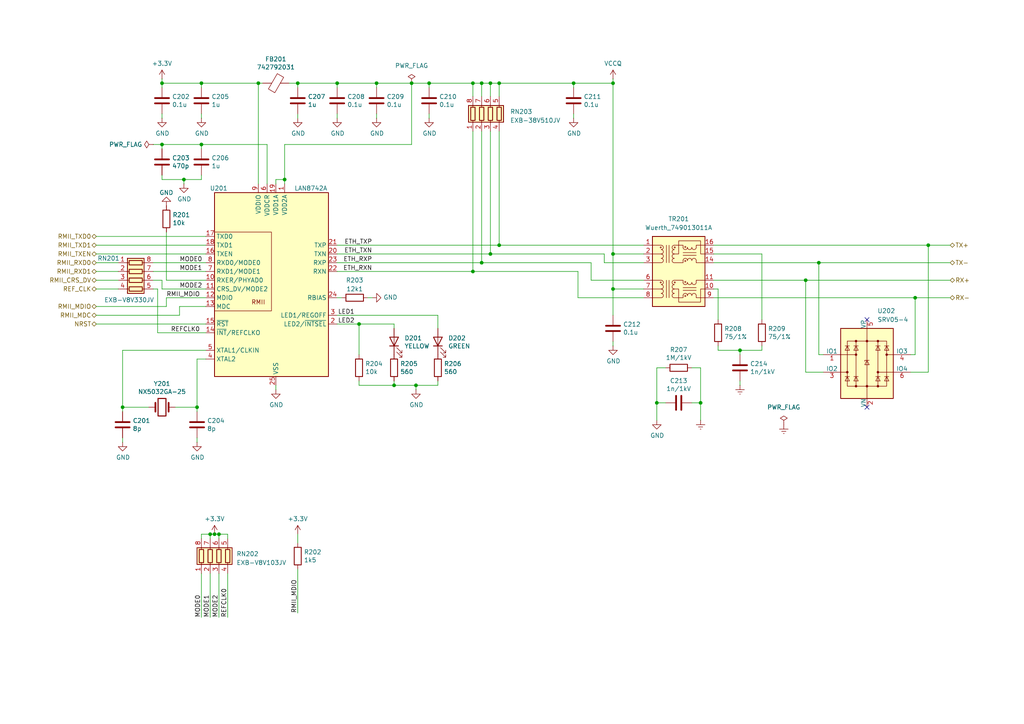
<source format=kicad_sch>
(kicad_sch (version 20231120) (generator "eeschema") (generator_version "8.0")
  (paper "A4")
  (lib_symbols
    (symbol "Device:C" (pin_numbers hide) (pin_names (offset 0.254))
      (property "Reference" "C" (at 0.635 2.54 0))
      (property "Value" "C" (at 0.635 -2.54 0))
      (symbol "C_0_1"
        (polyline (pts (xy -2.032 -0.762) (xy 2.032 -0.762)) (stroke (width 0.508)))
        (polyline (pts (xy -2.032 0.762) (xy 2.032 0.762)) (stroke (width 0.508)))
      )
      (symbol "C_1_1"
        (pin passive line (at 0 3.81 270) (length 2.794) (name "~") (number "1"))
        (pin passive line (at 0 -3.81 90) (length 2.794) (name "~") (number "2"))
      )
    )
    (symbol "Device:Crystal" (pin_numbers hide) (pin_names (offset 1.016) hide)
      (property "Reference" "Y" (at 0 3.81 0))
      (property "Value" "Crystal" (at 0 -3.81 0))
      (symbol "Crystal_0_1"
        (rectangle (start -1.143 2.54) (end 1.143 -2.54) (stroke (width 0.3048)))
        (polyline (pts (xy -2.54 0) (xy -1.905 0)))
        (polyline (pts (xy -1.905 -1.27) (xy -1.905 1.27)) (stroke (width 0.508)))
        (polyline (pts (xy 1.905 -1.27) (xy 1.905 1.27)) (stroke (width 0.508)))
        (polyline (pts (xy 2.54 0) (xy 1.905 0)))
      )
      (symbol "Crystal_1_1"
        (pin passive line (at -3.81 0 0) (length 1.27) (name "1") (number "1"))
        (pin passive line (at 3.81 0 180) (length 1.27) (name "2") (number "2"))
      )
    )
    (symbol "Device:FerriteBead" (pin_numbers hide) (pin_names (offset 0))
      (property "Reference" "FB" (at -3.81 0.635 90))
      (property "Value" "FerriteBead" (at 3.81 0 90))
      (symbol "FerriteBead_0_1"
        (polyline (pts (xy 0 -1.27) (xy 0 -1.2192)))
        (polyline (pts (xy 0 1.27) (xy 0 1.2954)))
        (polyline (pts (xy -2.7686 0.4064) (xy -1.7018 2.2606) (xy 2.7686 -0.3048) (xy 1.6764 -2.159) (xy -2.7686 0.4064)))
      )
      (symbol "FerriteBead_1_1"
        (pin passive line (at 0 3.81 270) (length 2.54) (name "~") (number "1"))
        (pin passive line (at 0 -3.81 90) (length 2.54) (name "~") (number "2"))
      )
    )
    (symbol "Device:LED" (pin_numbers hide) (pin_names (offset 1.016) hide)
      (property "Reference" "D" (at 0 2.54 0))
      (property "Value" "LED" (at 0 -2.54 0))
      (symbol "LED_0_1"
        (polyline (pts (xy -1.27 -1.27) (xy -1.27 1.27)) (stroke (width 0.254)))
        (polyline (pts (xy -1.27 0) (xy 1.27 0)))
        (polyline (pts (xy 1.27 -1.27) (xy 1.27 1.27) (xy -1.27 0) (xy 1.27 -1.27)) (stroke (width 0.254)))
        (polyline (pts (xy -3.048 -0.762) (xy -4.572 -2.286) (xy -3.81 -2.286) (xy -4.572 -2.286) (xy -4.572 -1.524)))
        (polyline (pts (xy -1.778 -0.762) (xy -3.302 -2.286) (xy -2.54 -2.286) (xy -3.302 -2.286) (xy -3.302 -1.524)))
      )
      (symbol "LED_1_1"
        (pin passive line (at -3.81 0 0) (length 2.54) (name "K") (number "1"))
        (pin passive line (at 3.81 0 180) (length 2.54) (name "A") (number "2"))
      )
    )
    (symbol "Device:R" (pin_numbers hide) (pin_names (offset 0))
      (property "Reference" "R" (at 2.032 0 90))
      (property "Value" "R" (at 0 0 90))
      (symbol "R_0_1"
        (rectangle (start -1.016 -2.54) (end 1.016 2.54) (stroke (width 0.254)))
      )
      (symbol "R_1_1"
        (pin passive line (at 0 3.81 270) (length 1.27) (name "~") (number "1"))
        (pin passive line (at 0 -3.81 90) (length 1.27) (name "~") (number "2"))
      )
    )
    (symbol "Device:R_Pack04" (pin_names (offset 0) hide)
      (property "Reference" "RN" (at -7.62 0 90))
      (property "Value" "R_Pack04" (at 5.08 0 90))
      (symbol "R_Pack04_0_1"
        (rectangle (start -6.35 -2.413) (end 3.81 2.413) (stroke (width 0.254)) (fill (type background)))
        (rectangle (start -5.715 1.905) (end -4.445 -1.905) (stroke (width 0.254)))
        (rectangle (start -3.175 1.905) (end -1.905 -1.905) (stroke (width 0.254)))
        (rectangle (start -0.635 1.905) (end 0.635 -1.905) (stroke (width 0.254)))
        (polyline (pts (xy -5.08 -2.54) (xy -5.08 -1.905)))
        (polyline (pts (xy -5.08 1.905) (xy -5.08 2.54)))
        (polyline (pts (xy -2.54 -2.54) (xy -2.54 -1.905)))
        (polyline (pts (xy -2.54 1.905) (xy -2.54 2.54)))
        (polyline (pts (xy 0 -2.54) (xy 0 -1.905)))
        (polyline (pts (xy 0 1.905) (xy 0 2.54)))
        (polyline (pts (xy 2.54 -2.54) (xy 2.54 -1.905)))
        (polyline (pts (xy 2.54 1.905) (xy 2.54 2.54)))
        (rectangle (start 1.905 1.905) (end 3.175 -1.905) (stroke (width 0.254)))
      )
      (symbol "R_Pack04_1_1"
        (pin passive line (at -5.08 -5.08 90) (length 2.54) (name "R1.1") (number "1"))
        (pin passive line (at -2.54 -5.08 90) (length 2.54) (name "R2.1") (number "2"))
        (pin passive line (at 0 -5.08 90) (length 2.54) (name "R3.1") (number "3"))
        (pin passive line (at 2.54 -5.08 90) (length 2.54) (name "R4.1") (number "4"))
        (pin passive line (at 2.54 5.08 270) (length 2.54) (name "R4.2") (number "5"))
        (pin passive line (at 0 5.08 270) (length 2.54) (name "R3.2") (number "6"))
        (pin passive line (at -2.54 5.08 270) (length 2.54) (name "R2.2") (number "7"))
        (pin passive line (at -5.08 5.08 270) (length 2.54) (name "R1.2") (number "8"))
      )
    )
    (symbol "Interface_Ethernet:LAN8742A"
      (property "Reference" "U" (at -13.97 29.21 0))
      (property "Value" "LAN8742A" (at 15.24 29.21 0))
      (symbol "LAN8742A_0_0"
        (text "RMII" (at -5.08 -3.81 0) (effects (font (size 1.27 1.27))))
      )
      (symbol "LAN8742A_0_1"
        (rectangle (start -17.78 27.94) (end 15.24 -25.4) (stroke (width 0.254)) (fill (type background)))
        (polyline (pts (xy -17.78 -6.35) (xy -1.27 -6.35) (xy -1.27 16.51) (xy -17.78 16.51)))
      )
      (symbol "LAN8742A_1_1"
        (pin power_in line (at 2.54 30.48 270) (length 2.54) (name "VDD2A") (number "1"))
        (pin output line (at -20.32 2.54 0) (length 2.54) (name "RXER/PHYAD0") (number "10"))
        (pin bidirectional line (at -20.32 0 0) (length 2.54) (name "CRS_DV/MODE2") (number "11"))
        (pin bidirectional line (at -20.32 -2.54 0) (length 2.54) (name "MDIO") (number "12"))
        (pin input line (at -20.32 -5.08 0) (length 2.54) (name "MDC") (number "13"))
        (pin output line (at -20.32 -12.7 0) (length 2.54) (name "~{INT}/REFCLKO") (number "14"))
        (pin input line (at -20.32 -10.16 0) (length 2.54) (name "~{RST}") (number "15"))
        (pin input line (at -20.32 10.16 0) (length 2.54) (name "TXEN") (number "16"))
        (pin input line (at -20.32 15.24 0) (length 2.54) (name "TXD0") (number "17"))
        (pin input line (at -20.32 12.7 0) (length 2.54) (name "TXD1") (number "18"))
        (pin power_in line (at 0 30.48 270) (length 2.54) (name "VDD1A") (number "19"))
        (pin bidirectional line (at 17.78 -10.16 180) (length 2.54) (name "LED2/~{INTSEL}") (number "2"))
        (pin passive line (at 17.78 10.16 180) (length 2.54) (name "TXN") (number "20"))
        (pin passive line (at 17.78 12.7 180) (length 2.54) (name "TXP") (number "21"))
        (pin passive line (at 17.78 5.08 180) (length 2.54) (name "RXN") (number "22"))
        (pin passive line (at 17.78 7.62 180) (length 2.54) (name "RXP") (number "23"))
        (pin passive line (at 17.78 -2.54 180) (length 2.54) (name "RBIAS") (number "24"))
        (pin power_in line (at 0 -27.94 90) (length 2.54) (name "VSS") (number "25"))
        (pin bidirectional line (at 17.78 -7.62 180) (length 2.54) (name "LED1/REGOFF") (number "3"))
        (pin output line (at -20.32 -20.32 0) (length 2.54) (name "XTAL2") (number "4"))
        (pin input line (at -20.32 -17.78 0) (length 2.54) (name "XTAL1/CLKIN") (number "5"))
        (pin power_in line (at -2.54 30.48 270) (length 2.54) (name "VDDCR") (number "6"))
        (pin bidirectional line (at -20.32 5.08 0) (length 2.54) (name "RXD1/MODE1") (number "7"))
        (pin bidirectional line (at -20.32 7.62 0) (length 2.54) (name "RXD0/MODE0") (number "8"))
        (pin power_in line (at -5.08 30.48 270) (length 2.54) (name "VDDIO") (number "9"))
      )
    )
    (symbol "Power_Protection:SRV05-4" (pin_names (offset 0))
      (property "Reference" "U" (at -5.08 11.43 0))
      (property "Value" "SRV05-4" (at 2.54 11.43 0))
      (symbol "SRV05-4_0_0"
        (rectangle (start -5.715 6.477) (end 5.715 -6.604))
        (polyline (pts (xy -3.175 -6.604) (xy -3.175 6.477)))
        (polyline (pts (xy 3.175 6.477) (xy 3.175 -6.604)))
      )
      (symbol "SRV05-4_0_1"
        (rectangle (start -7.62 10.16) (end 7.62 -10.16) (stroke (width 0.254)) (fill (type background)))
        (circle (center -5.715 -2.54) (radius 0.2794) (fill (type outline)))
        (circle (center -3.175 -6.604) (radius 0.2794) (fill (type outline)))
        (circle (center -3.175 2.54) (radius 0.2794) (fill (type outline)))
        (circle (center -3.175 6.477) (radius 0.2794) (fill (type outline)))
        (circle (center 0 -6.604) (radius 0.2794) (fill (type outline)))
        (polyline (pts (xy -7.747 2.54) (xy -3.175 2.54)))
        (polyline (pts (xy -7.62 -2.54) (xy -5.715 -2.54)))
        (polyline (pts (xy -5.08 -3.81) (xy -6.35 -3.81)))
        (polyline (pts (xy -5.08 5.08) (xy -6.35 5.08)))
        (polyline (pts (xy -2.54 -3.81) (xy -3.81 -3.81)))
        (polyline (pts (xy -2.54 5.08) (xy -3.81 5.08)))
        (polyline (pts (xy 0 10.16) (xy 0 -10.16)))
        (polyline (pts (xy 3.81 -3.81) (xy 2.54 -3.81)))
        (polyline (pts (xy 3.81 5.08) (xy 2.54 5.08)))
        (polyline (pts (xy 6.35 -3.81) (xy 5.08 -3.81)))
        (polyline (pts (xy 6.35 5.08) (xy 5.08 5.08)))
        (polyline (pts (xy 7.62 -2.54) (xy 3.175 -2.54)))
        (polyline (pts (xy 7.62 2.54) (xy 5.715 2.54)))
        (polyline (pts (xy 0.635 0.889) (xy -0.635 0.889) (xy -0.635 0.635)))
        (polyline (pts (xy -5.08 -5.08) (xy -6.35 -5.08) (xy -5.715 -3.81) (xy -5.08 -5.08)))
        (polyline (pts (xy -5.08 3.81) (xy -6.35 3.81) (xy -5.715 5.08) (xy -5.08 3.81)))
        (polyline (pts (xy -2.54 -5.08) (xy -3.81 -5.08) (xy -3.175 -3.81) (xy -2.54 -5.08)))
        (polyline (pts (xy -2.54 3.81) (xy -3.81 3.81) (xy -3.175 5.08) (xy -2.54 3.81)))
        (polyline (pts (xy 0.635 -0.381) (xy -0.635 -0.381) (xy 0 0.889) (xy 0.635 -0.381)))
        (polyline (pts (xy 3.81 -5.08) (xy 2.54 -5.08) (xy 3.175 -3.81) (xy 3.81 -5.08)))
        (polyline (pts (xy 3.81 3.81) (xy 2.54 3.81) (xy 3.175 5.08) (xy 3.81 3.81)))
        (polyline (pts (xy 6.35 -5.08) (xy 5.08 -5.08) (xy 5.715 -3.81) (xy 6.35 -5.08)))
        (polyline (pts (xy 6.35 3.81) (xy 5.08 3.81) (xy 5.715 5.08) (xy 6.35 3.81)))
        (circle (center 0 6.477) (radius 0.2794) (fill (type outline)))
        (circle (center 3.175 -6.604) (radius 0.2794) (fill (type outline)))
        (circle (center 3.175 -2.54) (radius 0.2794) (fill (type outline)))
        (circle (center 3.175 6.477) (radius 0.2794) (fill (type outline)))
        (circle (center 5.715 2.54) (radius 0.2794) (fill (type outline)))
      )
      (symbol "SRV05-4_1_1"
        (pin passive line (at -12.7 2.54 0) (length 5.08) (name "IO1") (number "1"))
        (pin passive line (at 0 -12.7 90) (length 2.54) (name "VN") (number "2"))
        (pin passive line (at -12.7 -2.54 0) (length 5.08) (name "IO2") (number "3"))
        (pin passive line (at 12.7 2.54 180) (length 5.08) (name "IO3") (number "4"))
        (pin passive line (at 0 12.7 270) (length 2.54) (name "VP") (number "5"))
        (pin passive line (at 12.7 -2.54 180) (length 5.08) (name "IO4") (number "6"))
      )
    )
    (symbol "Transformer:Wuerth_749013011A" (pin_names hide)
      (property "Reference" "TR" (at 0 10.795 0))
      (property "Value" "Wuerth_749013011A" (at 0 -10.795 0))
      (symbol "Wuerth_749013011A_0_1"
        (rectangle (start -7.62 10.16) (end 7.62 -10.16) (stroke (width 0.254)) (fill (type background)))
        (circle (center -5.207 3.175) (radius 0.1778))
        (arc (start -5.08 6.35) (mid -4.4477 6.985) (end -5.08 7.62))
        (polyline (pts (xy -5.08 2.54) (xy -7.62 2.54)))
        (polyline (pts (xy -5.08 5.08) (xy -7.62 5.08)))
        (polyline (pts (xy -5.08 7.62) (xy -7.62 7.62)))
        (polyline (pts (xy -3.556 -2.54) (xy -3.556 -7.62)))
        (polyline (pts (xy -3.556 2.54) (xy -3.556 7.62)))
        (polyline (pts (xy -2.794 -7.62) (xy -2.794 -2.54)))
        (polyline (pts (xy -2.794 7.62) (xy -2.794 2.54)))
        (polyline (pts (xy 1.27 4.699) (xy 5.08 4.699)))
        (polyline (pts (xy 1.27 5.461) (xy 5.08 5.461)))
        (polyline (pts (xy -1.27 2.54) (xy 1.27 2.54) (xy 1.27 3.175)))
        (polyline (pts (xy 1.27 6.985) (xy 1.27 7.62) (xy -1.27 7.62)))
        (polyline (pts (xy 5.08 3.175) (xy 5.08 2.54) (xy 7.62 2.54)))
        (polyline (pts (xy 5.08 6.985) (xy 5.08 7.62) (xy 7.62 7.62)))
        (polyline (pts (xy -1.27 5.08) (xy 0 5.08) (xy 0 8.89) (xy 6.35 8.89) (xy 6.35 5.08) (xy 7.62 5.08)))
      )
      (symbol "Wuerth_749013011A_1_1"
        (circle (center -5.207 -6.985) (radius 0.1778))
        (arc (start -5.08 -7.62) (mid -4.4477 -6.985) (end -5.08 -6.35))
        (arc (start -5.08 -6.35) (mid -4.4477 -5.715) (end -5.08 -5.08))
        (arc (start -5.08 -5.08) (mid -4.4477 -4.445) (end -5.08 -3.81))
        (arc (start -5.08 -3.81) (mid -4.4477 -3.175) (end -5.08 -2.54))
        (arc (start -5.08 2.54) (mid -4.4477 3.175) (end -5.08 3.81))
        (arc (start -5.08 3.81) (mid -4.4477 4.445) (end -5.08 5.08))
        (arc (start -5.08 5.08) (mid -4.4477 5.715) (end -5.08 6.35))
        (arc (start -1.27 -6.35) (mid -1.9023 -6.985) (end -1.27 -7.62))
        (arc (start -1.27 -5.08) (mid -1.9023 -5.715) (end -1.27 -6.35))
        (arc (start -1.27 -3.81) (mid -1.9023 -4.445) (end -1.27 -5.08))
        (arc (start -1.27 -2.54) (mid -1.9023 -3.175) (end -1.27 -3.81))
        (arc (start -1.27 3.81) (mid -1.9023 3.175) (end -1.27 2.54))
        (arc (start -1.27 5.08) (mid -1.9023 4.445) (end -1.27 3.81))
        (arc (start -1.27 6.35) (mid -1.9023 5.715) (end -1.27 5.08))
        (arc (start -1.27 7.62) (mid -1.9023 6.985) (end -1.27 6.35))
        (circle (center -1.143 -6.985) (radius 0.1778))
        (circle (center -1.143 3.175) (radius 0.1778))
        (polyline (pts (xy -5.08 -7.62) (xy -7.62 -7.62)))
        (polyline (pts (xy -5.08 -5.08) (xy -7.62 -5.08)))
        (polyline (pts (xy -5.08 -2.54) (xy -7.62 -2.54)))
        (polyline (pts (xy 1.27 -5.461) (xy 5.08 -5.461)))
        (polyline (pts (xy 1.27 -4.699) (xy 5.08 -4.699)))
        (polyline (pts (xy -1.27 -7.62) (xy 1.27 -7.62) (xy 1.27 -6.985)))
        (polyline (pts (xy 1.27 -3.175) (xy 1.27 -2.54) (xy -1.27 -2.54)))
        (polyline (pts (xy 5.08 -6.985) (xy 5.08 -7.62) (xy 7.62 -7.62)))
        (polyline (pts (xy 5.08 -3.175) (xy 5.08 -2.54) (xy 7.62 -2.54)))
        (polyline (pts (xy 7.62 -5.08) (xy 6.35 -5.08) (xy 6.35 -8.89) (xy 0 -8.89) (xy 0 -5.08) (xy -1.27 -5.08)))
        (arc (start 1.27 -3.175) (mid 1.905 -3.8073) (end 2.54 -3.175))
        (arc (start 1.27 6.985) (mid 1.905 6.3527) (end 2.54 6.985))
        (circle (center 1.905 -7.112) (radius 0.1778))
        (circle (center 1.905 -3.048) (radius 0.1778))
        (circle (center 1.905 3.048) (radius 0.1778))
        (circle (center 1.905 7.112) (radius 0.1778))
        (arc (start 2.54 -6.985) (mid 1.905 -6.3527) (end 1.27 -6.985))
        (arc (start 2.54 -3.175) (mid 3.175 -3.8073) (end 3.81 -3.175))
        (arc (start 2.54 3.175) (mid 1.905 3.8073) (end 1.27 3.175))
        (arc (start 2.54 6.985) (mid 3.175 6.3527) (end 3.81 6.985))
        (arc (start 3.81 -6.985) (mid 3.175 -6.3527) (end 2.54 -6.985))
        (arc (start 3.81 -3.175) (mid 4.445 -3.8073) (end 5.08 -3.175))
        (arc (start 3.81 3.175) (mid 3.175 3.8073) (end 2.54 3.175))
        (arc (start 3.81 6.985) (mid 4.445 6.3527) (end 5.08 6.985))
        (arc (start 5.08 -6.985) (mid 4.445 -6.3527) (end 3.81 -6.985))
        (arc (start 5.08 3.175) (mid 4.445 3.8073) (end 3.81 3.175))
        (pin passive line (at -10.16 -7.62 0) (length 2.54) (name "TD+") (number "1"))
        (pin passive line (at 10.16 5.08 180) (length 2.54) (name "C_RX") (number "10"))
        (pin passive line (at 10.16 2.54 180) (length 2.54) (name "RX+") (number "11"))
        (pin passive line (at 10.16 -2.54 180) (length 2.54) (name "TX-") (number "14"))
        (pin passive line (at 10.16 -5.08 180) (length 2.54) (name "C_TX") (number "15"))
        (pin passive line (at 10.16 -7.62 180) (length 2.54) (name "TX+") (number "16"))
        (pin passive line (at -10.16 -5.08 0) (length 2.54) (name "C_TD") (number "2"))
        (pin passive line (at -10.16 -2.54 0) (length 2.54) (name "TD-") (number "3"))
        (pin passive line (at -10.16 2.54 0) (length 2.54) (name "RD+") (number "6"))
        (pin passive line (at -10.16 5.08 0) (length 2.54) (name "C_RD") (number "7"))
        (pin passive line (at -10.16 7.62 0) (length 2.54) (name "RD-") (number "8"))
        (pin passive line (at 10.16 7.62 180) (length 2.54) (name "RX-") (number "9"))
      )
    )
    (symbol "power:+3.3V" (power) (pin_numbers hide) (pin_names (offset 0) hide)
      (property "Value" "+3.3V" (at 0 3.556 0))
      (symbol "+3.3V_0_1"
        (polyline (pts (xy -0.762 1.27) (xy 0 2.54)))
        (polyline (pts (xy 0 0) (xy 0 2.54)))
        (polyline (pts (xy 0 2.54) (xy 0.762 1.27)))
      )
      (symbol "+3.3V_1_1"
        (pin power_in line (at 0 0 90) (length 0) (name "~") (number "1"))
      )
    )
    (symbol "power:Earth" (power) (pin_numbers hide) (pin_names (offset 0) hide)
      (property "Value" "Earth" (at 0 -3.81 0))
      (symbol "Earth_0_1"
        (polyline (pts (xy -0.635 -1.905) (xy 0.635 -1.905)))
        (polyline (pts (xy -0.127 -2.54) (xy 0.127 -2.54)))
        (polyline (pts (xy 0 -1.27) (xy 0 0)))
        (polyline (pts (xy 1.27 -1.27) (xy -1.27 -1.27)))
      )
      (symbol "Earth_1_1"
        (pin power_in line (at 0 0 270) (length 0) (name "~") (number "1"))
      )
    )
    (symbol "power:GND" (power) (pin_numbers hide) (pin_names (offset 0) hide)
      (property "Value" "GND" (at 0 -3.81 0))
      (symbol "GND_0_1"
        (polyline (pts (xy 0 0) (xy 0 -1.27) (xy 1.27 -1.27) (xy 0 -2.54) (xy -1.27 -1.27) (xy 0 -1.27)))
      )
      (symbol "GND_1_1"
        (pin power_in line (at 0 0 270) (length 0) (name "~") (number "1"))
      )
    )
    (symbol "power:PWR_FLAG" (power) (pin_numbers hide) (pin_names (offset 0) hide)
      (property "Value" "PWR_FLAG" (at 0 3.81 0))
      (symbol "PWR_FLAG_0_0"
        (pin power_out line (at 0 0 90) (length 0) (name "~") (number "1"))
      )
      (symbol "PWR_FLAG_0_1"
        (polyline (pts (xy 0 0) (xy 0 1.27) (xy -1.016 1.905) (xy 0 2.54) (xy 1.016 1.905) (xy 0 1.27)))
      )
    )
    (symbol "power:VCCQ" (power) (pin_numbers hide) (pin_names (offset 0) hide)
      (property "Value" "VCCQ" (at 0 3.556 0))
      (symbol "VCCQ_0_1"
        (polyline (pts (xy -0.762 1.27) (xy 0 2.54)))
        (polyline (pts (xy 0 0) (xy 0 2.54)))
        (polyline (pts (xy 0 2.54) (xy 0.762 1.27)))
      )
      (symbol "VCCQ_1_1"
        (pin power_in line (at 0 0 90) (length 0) (name "~") (number "1"))
      )
    )
  )
  (junction (at 57.15 118.11))
  (junction (at 237.49 76.2))
  (junction (at 60.96 154.94))
  (junction (at 203.2 116.84))
  (junction (at 177.8 83.82))
  (junction (at 97.79 24.13))
  (junction (at 233.68 81.28))
  (junction (at 142.24 73.66))
  (junction (at 124.46 24.13))
  (junction (at 142.24 24.13))
  (junction (at 46.99 24.13))
  (junction (at 35.56 118.11))
  (junction (at 144.78 24.13))
  (junction (at 139.7 24.13))
  (junction (at 86.36 24.13))
  (junction (at 74.93 24.13))
  (junction (at 58.42 24.13))
  (junction (at 265.43 86.36))
  (junction (at 214.63 101.6))
  (junction (at 144.78 71.12))
  (junction (at 119.38 24.13))
  (junction (at 166.37 24.13))
  (junction (at 109.22 24.13))
  (junction (at 114.3 111.76))
  (junction (at 137.16 78.74))
  (junction (at 190.5 116.84))
  (junction (at 120.65 111.76))
  (junction (at 177.8 73.66))
  (junction (at 139.7 76.2))
  (junction (at 104.14 93.98))
  (junction (at 58.42 41.91))
  (junction (at 137.16 24.13))
  (junction (at 82.55 52.07))
  (junction (at 177.8 24.13))
  (junction (at 269.24 71.12))
  (junction (at 62.23 154.94))
  (junction (at 63.5 154.94))
  (junction (at 46.99 41.91))
  (junction (at 53.34 52.07))
  (no_connect (at 251.46 118.11))
  (no_connect (at 251.46 92.71))
  (wire (pts (xy 86.36 25.4) (xy 86.36 24.13)))
  (wire (pts (xy 97.79 78.74) (xy 137.16 78.74)))
  (wire (pts (xy 177.8 73.66) (xy 177.8 83.82)))
  (wire (pts (xy 34.29 76.2) (xy 27.94 76.2)))
  (wire (pts (xy 58.42 34.29) (xy 58.42 33.02)))
  (wire (pts (xy 127 111.76) (xy 127 110.49)))
  (wire (pts (xy 127 95.25) (xy 127 91.44)))
  (wire (pts (xy 60.96 154.94) (xy 60.96 156.21)))
  (wire (pts (xy 99.06 86.36) (xy 97.79 86.36)))
  (wire (pts (xy 144.78 24.13) (xy 166.37 24.13)))
  (wire (pts (xy 114.3 111.76) (xy 104.14 111.76)))
  (wire (pts (xy 124.46 34.29) (xy 124.46 33.02)))
  (wire (pts (xy 124.46 24.13) (xy 137.16 24.13)))
  (wire (pts (xy 27.94 78.74) (xy 34.29 78.74)))
  (wire (pts (xy 119.38 41.91) (xy 119.38 24.13)))
  (wire (pts (xy 74.93 24.13) (xy 74.93 53.34)))
  (wire (pts (xy 207.01 81.28) (xy 233.68 81.28)))
  (wire (pts (xy 238.76 107.95) (xy 233.68 107.95)))
  (wire (pts (xy 264.16 102.87) (xy 265.43 102.87)))
  (wire (pts (xy 74.93 24.13) (xy 76.2 24.13)))
  (wire (pts (xy 27.94 68.58) (xy 59.69 68.58)))
  (wire (pts (xy 46.99 50.8) (xy 46.99 52.07)))
  (wire (pts (xy 58.42 24.13) (xy 74.93 24.13)))
  (wire (pts (xy 27.94 73.66) (xy 59.69 73.66)))
  (wire (pts (xy 171.45 76.2) (xy 171.45 81.28)))
  (wire (pts (xy 104.14 110.49) (xy 104.14 111.76)))
  (wire (pts (xy 44.45 41.91) (xy 46.99 41.91)))
  (wire (pts (xy 203.2 106.68) (xy 203.2 116.84)))
  (wire (pts (xy 120.65 113.03) (xy 120.65 111.76)))
  (wire (pts (xy 177.8 100.33) (xy 177.8 99.06)))
  (wire (pts (xy 144.78 71.12) (xy 186.69 71.12)))
  (wire (pts (xy 27.94 88.9) (xy 48.26 88.9)))
  (wire (pts (xy 142.24 38.1) (xy 142.24 73.66)))
  (wire (pts (xy 63.5 166.37) (xy 63.5 179.07)))
  (wire (pts (xy 27.94 83.82) (xy 34.29 83.82)))
  (wire (pts (xy 166.37 34.29) (xy 166.37 33.02)))
  (wire (pts (xy 35.56 127) (xy 35.56 128.27)))
  (wire (pts (xy 109.22 34.29) (xy 109.22 33.02)))
  (wire (pts (xy 58.42 43.18) (xy 58.42 41.91)))
  (wire (pts (xy 177.8 91.44) (xy 177.8 83.82)))
  (wire (pts (xy 237.49 76.2) (xy 275.59 76.2)))
  (wire (pts (xy 97.79 34.29) (xy 97.79 33.02)))
  (wire (pts (xy 142.24 24.13) (xy 142.24 27.94)))
  (wire (pts (xy 166.37 24.13) (xy 177.8 24.13)))
  (wire (pts (xy 58.42 41.91) (xy 77.47 41.91)))
  (wire (pts (xy 46.99 22.86) (xy 46.99 24.13)))
  (wire (pts (xy 119.38 24.13) (xy 124.46 24.13)))
  (wire (pts (xy 139.7 24.13) (xy 139.7 27.94)))
  (wire (pts (xy 44.45 78.74) (xy 59.69 78.74)))
  (wire (pts (xy 208.28 101.6) (xy 214.63 101.6)))
  (wire (pts (xy 207.01 86.36) (xy 265.43 86.36)))
  (wire (pts (xy 139.7 38.1) (xy 139.7 76.2)))
  (wire (pts (xy 57.15 118.11) (xy 57.15 104.14)))
  (wire (pts (xy 80.01 113.03) (xy 80.01 111.76)))
  (wire (pts (xy 58.42 154.94) (xy 60.96 154.94)))
  (wire (pts (xy 193.04 106.68) (xy 190.5 106.68)))
  (wire (pts (xy 177.8 24.13) (xy 177.8 73.66)))
  (wire (pts (xy 214.63 101.6) (xy 220.98 101.6)))
  (wire (pts (xy 58.42 156.21) (xy 58.42 154.94)))
  (wire (pts (xy 27.94 81.28) (xy 34.29 81.28)))
  (wire (pts (xy 48.26 67.31) (xy 48.26 81.28)))
  (wire (pts (xy 27.94 91.44) (xy 52.07 91.44)))
  (wire (pts (xy 66.04 166.37) (xy 66.04 179.07)))
  (wire (pts (xy 63.5 154.94) (xy 63.5 156.21)))
  (wire (pts (xy 45.72 96.52) (xy 59.69 96.52)))
  (wire (pts (xy 97.79 93.98) (xy 104.14 93.98)))
  (wire (pts (xy 97.79 25.4) (xy 97.79 24.13)))
  (wire (pts (xy 200.66 106.68) (xy 203.2 106.68)))
  (wire (pts (xy 59.69 81.28) (xy 48.26 81.28)))
  (wire (pts (xy 45.72 83.82) (xy 45.72 96.52)))
  (wire (pts (xy 233.68 81.28) (xy 275.59 81.28)))
  (wire (pts (xy 237.49 76.2) (xy 237.49 102.87)))
  (wire (pts (xy 109.22 24.13) (xy 97.79 24.13)))
  (wire (pts (xy 97.79 71.12) (xy 144.78 71.12)))
  (wire (pts (xy 57.15 104.14) (xy 59.69 104.14)))
  (wire (pts (xy 124.46 25.4) (xy 124.46 24.13)))
  (wire (pts (xy 166.37 25.4) (xy 166.37 24.13)))
  (wire (pts (xy 120.65 111.76) (xy 127 111.76)))
  (wire (pts (xy 46.99 52.07) (xy 53.34 52.07)))
  (wire (pts (xy 58.42 25.4) (xy 58.42 24.13)))
  (wire (pts (xy 238.76 102.87) (xy 237.49 102.87)))
  (wire (pts (xy 52.07 88.9) (xy 59.69 88.9)))
  (wire (pts (xy 114.3 111.76) (xy 120.65 111.76)))
  (wire (pts (xy 220.98 73.66) (xy 207.01 73.66)))
  (wire (pts (xy 190.5 106.68) (xy 190.5 116.84)))
  (wire (pts (xy 57.15 119.38) (xy 57.15 118.11)))
  (wire (pts (xy 208.28 92.71) (xy 208.28 83.82)))
  (wire (pts (xy 119.38 24.13) (xy 109.22 24.13)))
  (wire (pts (xy 177.8 73.66) (xy 186.69 73.66)))
  (wire (pts (xy 203.2 121.92) (xy 203.2 116.84)))
  (wire (pts (xy 27.94 93.98) (xy 59.69 93.98)))
  (wire (pts (xy 86.36 165.1) (xy 86.36 177.8)))
  (wire (pts (xy 57.15 128.27) (xy 57.15 127)))
  (wire (pts (xy 44.45 76.2) (xy 59.69 76.2)))
  (wire (pts (xy 139.7 24.13) (xy 142.24 24.13)))
  (wire (pts (xy 48.26 88.9) (xy 48.26 86.36)))
  (wire (pts (xy 60.96 166.37) (xy 60.96 179.07)))
  (wire (pts (xy 86.36 24.13) (xy 83.82 24.13)))
  (wire (pts (xy 114.3 110.49) (xy 114.3 111.76)))
  (wire (pts (xy 86.36 157.48) (xy 86.36 154.94)))
  (wire (pts (xy 44.45 83.82) (xy 45.72 83.82)))
  (wire (pts (xy 46.99 24.13) (xy 58.42 24.13)))
  (wire (pts (xy 82.55 52.07) (xy 82.55 41.91)))
  (wire (pts (xy 144.78 38.1) (xy 144.78 71.12)))
  (wire (pts (xy 104.14 93.98) (xy 114.3 93.98)))
  (wire (pts (xy 137.16 78.74) (xy 167.64 78.74)))
  (wire (pts (xy 114.3 95.25) (xy 114.3 93.98)))
  (wire (pts (xy 177.8 83.82) (xy 186.69 83.82)))
  (wire (pts (xy 80.01 52.07) (xy 82.55 52.07)))
  (wire (pts (xy 53.34 53.34) (xy 53.34 52.07)))
  (wire (pts (xy 207.01 76.2) (xy 237.49 76.2)))
  (wire (pts (xy 175.26 76.2) (xy 186.69 76.2)))
  (wire (pts (xy 62.23 154.94) (xy 63.5 154.94)))
  (wire (pts (xy 35.56 101.6) (xy 35.56 118.11)))
  (wire (pts (xy 82.55 52.07) (xy 82.55 53.34)))
  (wire (pts (xy 214.63 110.49) (xy 214.63 111.76)))
  (wire (pts (xy 97.79 24.13) (xy 86.36 24.13)))
  (wire (pts (xy 137.16 38.1) (xy 137.16 78.74)))
  (wire (pts (xy 207.01 71.12) (xy 269.24 71.12)))
  (wire (pts (xy 59.69 101.6) (xy 35.56 101.6)))
  (wire (pts (xy 60.96 154.94) (xy 62.23 154.94)))
  (wire (pts (xy 208.28 100.33) (xy 208.28 101.6)))
  (wire (pts (xy 46.99 83.82) (xy 59.69 83.82)))
  (wire (pts (xy 82.55 41.91) (xy 119.38 41.91)))
  (wire (pts (xy 167.64 78.74) (xy 167.64 86.36)))
  (wire (pts (xy 190.5 116.84) (xy 193.04 116.84)))
  (wire (pts (xy 137.16 24.13) (xy 137.16 27.94)))
  (wire (pts (xy 203.2 116.84) (xy 200.66 116.84)))
  (wire (pts (xy 97.79 76.2) (xy 139.7 76.2)))
  (wire (pts (xy 214.63 102.87) (xy 214.63 101.6)))
  (wire (pts (xy 265.43 102.87) (xy 265.43 86.36)))
  (wire (pts (xy 175.26 73.66) (xy 175.26 76.2)))
  (wire (pts (xy 233.68 107.95) (xy 233.68 81.28)))
  (wire (pts (xy 107.95 86.36) (xy 106.68 86.36)))
  (wire (pts (xy 97.79 73.66) (xy 142.24 73.66)))
  (wire (pts (xy 44.45 81.28) (xy 46.99 81.28)))
  (wire (pts (xy 139.7 76.2) (xy 171.45 76.2)))
  (wire (pts (xy 220.98 101.6) (xy 220.98 100.33)))
  (wire (pts (xy 265.43 86.36) (xy 275.59 86.36)))
  (wire (pts (xy 264.16 107.95) (xy 269.24 107.95)))
  (wire (pts (xy 63.5 154.94) (xy 66.04 154.94)))
  (wire (pts (xy 171.45 81.28) (xy 186.69 81.28)))
  (wire (pts (xy 208.28 83.82) (xy 207.01 83.82)))
  (wire (pts (xy 50.8 118.11) (xy 57.15 118.11)))
  (wire (pts (xy 220.98 92.71) (xy 220.98 73.66)))
  (wire (pts (xy 144.78 24.13) (xy 144.78 27.94)))
  (wire (pts (xy 46.99 34.29) (xy 46.99 33.02)))
  (wire (pts (xy 48.26 86.36) (xy 59.69 86.36)))
  (wire (pts (xy 46.99 41.91) (xy 58.42 41.91)))
  (wire (pts (xy 142.24 24.13) (xy 144.78 24.13)))
  (wire (pts (xy 142.24 73.66) (xy 175.26 73.66)))
  (wire (pts (xy 53.34 52.07) (xy 58.42 52.07)))
  (wire (pts (xy 190.5 121.92) (xy 190.5 116.84)))
  (wire (pts (xy 58.42 52.07) (xy 58.42 50.8)))
  (wire (pts (xy 46.99 25.4) (xy 46.99 24.13)))
  (wire (pts (xy 177.8 22.86) (xy 177.8 24.13)))
  (wire (pts (xy 66.04 154.94) (xy 66.04 156.21)))
  (wire (pts (xy 35.56 118.11) (xy 43.18 118.11)))
  (wire (pts (xy 104.14 93.98) (xy 104.14 102.87)))
  (wire (pts (xy 27.94 71.12) (xy 59.69 71.12)))
  (wire (pts (xy 35.56 119.38) (xy 35.56 118.11)))
  (wire (pts (xy 97.79 91.44) (xy 127 91.44)))
  (wire (pts (xy 46.99 41.91) (xy 46.99 43.18)))
  (wire (pts (xy 137.16 24.13) (xy 139.7 24.13)))
  (wire (pts (xy 109.22 25.4) (xy 109.22 24.13)))
  (wire (pts (xy 80.01 53.34) (xy 80.01 52.07)))
  (wire (pts (xy 52.07 91.44) (xy 52.07 88.9)))
  (wire (pts (xy 269.24 71.12) (xy 275.59 71.12)))
  (wire (pts (xy 167.64 86.36) (xy 186.69 86.36)))
  (wire (pts (xy 86.36 34.29) (xy 86.36 33.02)))
  (wire (pts (xy 77.47 41.91) (xy 77.47 53.34)))
  (wire (pts (xy 58.42 166.37) (xy 58.42 179.07)))
  (wire (pts (xy 46.99 81.28) (xy 46.99 83.82)))
  (wire (pts (xy 269.24 107.95) (xy 269.24 71.12)))
  (label "ETH_TXP" (at 107.95 71.12 180))
  (label "MODE1" (at 60.96 179.07 90))
  (label "RMII_MDIO" (at 48.26 86.36 0))
  (label "MODE0" (at 58.42 179.07 90))
  (label "ETH_RXP" (at 107.95 76.2 180))
  (label "ETH_RXN" (at 107.95 78.74 180))
  (label "LED1" (at 102.87 91.44 180))
  (label "MODE1" (at 52.07 78.74 0))
  (label "MODE2" (at 52.07 83.82 0))
  (label "MODE0" (at 52.07 76.2 0))
  (label "RMII_MDIO" (at 86.36 177.8 90))
  (label "LED2" (at 102.87 93.98 180))
  (label "REFCLK0" (at 49.53 96.52 0))
  (label "REFCLK0" (at 66.04 179.07 90))
  (label "MODE2" (at 63.5 179.07 90))
  (label "ETH_TXN" (at 107.95 73.66 180))
  (hierarchical_label "TX-" (shape bidirectional) (at 275.59 76.2 0))
  (hierarchical_label "RMII_TXD1" (shape bidirectional) (at 27.94 71.12 180))
  (hierarchical_label "REF_CLK" (shape bidirectional) (at 27.94 83.82 180))
  (hierarchical_label "TX+" (shape bidirectional) (at 275.59 71.12 0))
  (hierarchical_label "RMII_MDIO" (shape bidirectional) (at 27.94 88.9 180))
  (hierarchical_label "RMII_CRS_DV" (shape bidirectional) (at 27.94 81.28 180))
  (hierarchical_label "RMII_RXD1" (shape bidirectional) (at 27.94 78.74 180))
  (hierarchical_label "RX-" (shape bidirectional) (at 275.59 86.36 0))
  (hierarchical_label "RMII_MDC" (shape bidirectional) (at 27.94 91.44 180))
  (hierarchical_label "RMII_TXD0" (shape bidirectional) (at 27.94 68.58 180))
  (hierarchical_label "RMII_TXEN" (shape bidirectional) (at 27.94 73.66 180))
  (hierarchical_label "NRST" (shape bidirectional) (at 27.94 93.98 180))
  (hierarchical_label "RX+" (shape bidirectional) (at 275.59 81.28 0))
  (hierarchical_label "RMII_RXD0" (shape bidirectional) (at 27.94 76.2 180))
  (symbol (lib_id "Device:C") (at 57.15 123.19 0) (unit 1)
    (property "Reference" "C204" (at 60.071 122.0216 0) (effects (justify left)))
    (property "Value" "8p" (at 60.071 124.333 0) (effects (justify left)))
    (property "Footprint" "Capacitor_SMD:C_0603_1608Metric_Pad1.08x0.95mm_HandSolder" (effects (hide yes)))
    (instances (project "ETH1HMSR-SMS" (path "" (reference "C204") (unit 1))) (project "ETH1HMSR-SMS" (path "" (reference "C304") (unit 1))) (project "ETH1IRCAM1" (path "" (reference "C304") (unit 1))))
  )
  (symbol (lib_id "Device:R") (at 220.98 96.52 0) (unit 1)
    (property "Reference" "R209" (at 222.758 95.3516 0) (effects (justify left)))
    (property "Value" "75/1%" (at 222.758 97.663 0) (effects (justify left)))
    (property "Footprint" "Resistor_SMD:R_0603_1608Metric_Pad0.98x0.95mm_HandSolder" (effects (hide yes)))
  )
  (symbol (lib_id "Device:R") (at 114.3 106.68 0) (unit 1)
    (property "Reference" "R205" (at 116.078 105.5116 0) (effects (justify left)))
    (property "Value" "560" (at 116.078 107.823 0) (effects (justify left)))
    (property "Footprint" "Resistor_SMD:R_0603_1608Metric_Pad0.98x0.95mm_HandSolder" (effects (hide yes)))
  )
  (symbol (lib_id "Device:R") (at 86.36 161.29 0) (unit 1)
    (property "Reference" "R202" (at 88.138 160.1216 0) (effects (justify left)))
    (property "Value" "1k5" (at 88.138 162.433 0) (effects (justify left)))
    (property "Footprint" "Resistor_SMD:R_0603_1608Metric_Pad0.98x0.95mm_HandSolder" (effects (hide yes)))
    (instances (project "ETH1HMSR-SMS" (path "" (reference "R202") (unit 1))) (project "ETH1HMSR-SMS" (path "" (reference "R302") (unit 1))) (project "ETH1IRCAM1" (path "" (reference "R310") (unit 1))))
  )
  (symbol (lib_id "Device:C") (at 97.79 29.21 0) (unit 1)
    (property "Reference" "C208" (at 100.711 28.0416 0) (effects (justify left)))
    (property "Value" "0.1u" (at 100.711 30.353 0) (effects (justify left)))
    (property "Footprint" "Capacitor_SMD:C_0603_1608Metric_Pad1.08x0.95mm_HandSolder" (effects (hide yes)))
    (instances (project "ETH1HMSR-SMS" (path "" (reference "C208") (unit 1))) (project "ETH1HMSR-SMS" (path "" (reference "C308") (unit 1))) (project "ETH1IRCAM1" (path "" (reference "C308") (unit 1))))
  )
  (symbol (lib_id "power:Earth") (at 214.63 111.76 0) (unit 1)
    (property "Reference" "#PWR0222" (effects (hide yes)))
    (property "Value" "Earth" (effects (hide yes)))
    (property "Description" "Power symbol creates a global label with name \"Earth\"" (effects (hide yes)))
  )
  (symbol (lib_id "power:GND") (at 166.37 34.29 0) (unit 1)
    (property "Reference" "#PWR0217" (effects (hide yes)))
    (property "Value" "GND" (at 166.497 38.6842 0))
    (property "Description" "Power symbol creates a global label with name \"GND\" , ground" (effects (hide yes)))
    (instances (project "ETH1HMSR-SMS" (path "" (reference "#PWR0217") (unit 1))) (project "ETH1HMSR-SMS" (path "" (reference "#PWR0317") (unit 1))) (project "ETH1IRCAM1" (path "" (reference "#PWR0316") (unit 1))))
  )
  (symbol (lib_id "power:+3.3V") (at 46.99 22.86 0) (unit 1)
    (property "Reference" "#PWR0202" (effects (hide yes)))
    (property "Value" "+3.3V" (at 46.99 18.415 0))
    (property "Description" "Power symbol creates a global label with name \"+3.3V\"" (effects (hide yes)))
    (instances (project "ETH1HMSR-SMS" (path "" (reference "#PWR0202") (unit 1))) (project "ETH1HMSR-SMS" (path "" (reference "#PWR0302") (unit 1))) (project "ETH1IRCAM1" (path "" (reference "#PWR0303") (unit 1))))
  )
  (symbol (lib_id "Device:C") (at 86.36 29.21 0) (unit 1)
    (property "Reference" "C207" (at 89.281 28.0416 0) (effects (justify left)))
    (property "Value" "1u" (at 89.281 30.353 0) (effects (justify left)))
    (property "Footprint" "Capacitor_SMD:C_0603_1608Metric_Pad1.08x0.95mm_HandSolder" (effects (hide yes)))
    (instances (project "ETH1HMSR-SMS" (path "" (reference "C207") (unit 1))) (project "ETH1HMSR-SMS" (path "" (reference "C307") (unit 1))) (project "ETH1IRCAM1" (path "" (reference "C307") (unit 1))))
  )
  (symbol (lib_id "power:Earth") (at 203.2 121.92 0) (unit 1)
    (property "Reference" "#PWR0221" (effects (hide yes)))
    (property "Value" "Earth" (effects (hide yes)))
    (property "Description" "Power symbol creates a global label with name \"Earth\"" (effects (hide yes)))
  )
  (symbol (lib_id "power:+3.3V") (at 62.23 154.94 0) (unit 1)
    (property "Reference" "#PWR0208" (effects (hide yes)))
    (property "Value" "+3.3V" (at 62.23 150.495 0))
    (property "Description" "Power symbol creates a global label with name \"+3.3V\"" (effects (hide yes)))
    (instances (project "ETH1HMSR-SMS" (path "" (reference "#PWR0208") (unit 1))) (project "ETH1HMSR-SMS" (path "" (reference "#PWR0308") (unit 1))) (project "ETH1IRCAM1" (path "" (reference "#PWR0309") (unit 1))))
  )
  (symbol (lib_id "Device:C") (at 46.99 46.99 0) (unit 1)
    (property "Reference" "C203" (at 49.911 45.8216 0) (effects (justify left)))
    (property "Value" "470p" (at 49.911 48.133 0) (effects (justify left)))
    (property "Footprint" "Capacitor_SMD:C_0603_1608Metric_Pad1.08x0.95mm_HandSolder" (effects (hide yes)))
    (instances (project "ETH1HMSR-SMS" (path "" (reference "C203") (unit 1))) (project "ETH1HMSR-SMS" (path "" (reference "C303") (unit 1))) (project "ETH1IRCAM1" (path "" (reference "C303") (unit 1))))
  )
  (symbol (lib_id "power:GND") (at 80.01 113.03 0) (unit 1)
    (property "Reference" "#PWR0209" (effects (hide yes)))
    (property "Value" "GND" (at 80.137 117.4242 0))
    (property "Description" "Power symbol creates a global label with name \"GND\" , ground" (effects (hide yes)))
    (instances (project "ETH1HMSR-SMS" (path "" (reference "#PWR0209") (unit 1))) (project "ETH1HMSR-SMS" (path "" (reference "#PWR0309") (unit 1))) (project "ETH1IRCAM1" (path "" (reference "#PWR0308") (unit 1))))
  )
  (symbol (lib_id "power:GND") (at 120.65 113.03 0) (unit 1)
    (property "Reference" "#PWR0215" (effects (hide yes)))
    (property "Value" "GND" (at 120.777 117.4242 0))
    (property "Description" "Power symbol creates a global label with name \"GND\" , ground" (effects (hide yes)))
  )
  (symbol (lib_id "Device:C") (at 35.56 123.19 0) (unit 1)
    (property "Reference" "C201" (at 38.481 122.0216 0) (effects (justify left)))
    (property "Value" "8p" (at 38.481 124.333 0) (effects (justify left)))
    (property "Footprint" "Capacitor_SMD:C_0603_1608Metric_Pad1.08x0.95mm_HandSolder" (effects (hide yes)))
    (instances (project "ETH1HMSR-SMS" (path "" (reference "C201") (unit 1))) (project "ETH1HMSR-SMS" (path "" (reference "C301") (unit 1))) (project "ETH1IRCAM1" (path "" (reference "C301") (unit 1))))
  )
  (symbol (lib_id "power:+3.3V") (at 86.36 154.94 0) (unit 1)
    (property "Reference" "#PWR0211" (effects (hide yes)))
    (property "Value" "+3.3V" (at 86.36 150.495 0))
    (property "Description" "Power symbol creates a global label with name \"+3.3V\"" (effects (hide yes)))
    (instances (project "ETH1HMSR-SMS" (path "" (reference "#PWR0211") (unit 1))) (project "ETH1HMSR-SMS" (path "" (reference "#PWR0311") (unit 1))) (project "ETH1IRCAM1" (path "" (reference "#PWR0309") (unit 1))))
  )
  (symbol (lib_id "Device:R") (at 127 106.68 0) (unit 1)
    (property "Reference" "R206" (at 128.778 105.5116 0) (effects (justify left)))
    (property "Value" "560" (at 128.778 107.823 0) (effects (justify left)))
    (property "Footprint" "Resistor_SMD:R_0603_1608Metric_Pad0.98x0.95mm_HandSolder" (effects (hide yes)))
  )
  (symbol (lib_id "power:GND") (at 124.46 34.29 0) (unit 1)
    (property "Reference" "#PWR0216" (effects (hide yes)))
    (property "Value" "GND" (at 124.587 38.6842 0))
    (property "Description" "Power symbol creates a global label with name \"GND\" , ground" (effects (hide yes)))
    (instances (project "ETH1HMSR-SMS" (path "" (reference "#PWR0216") (unit 1))) (project "ETH1HMSR-SMS" (path "" (reference "#PWR0316") (unit 1))) (project "ETH1IRCAM1" (path "" (reference "#PWR0315") (unit 1))))
  )
  (symbol (lib_id "power:Earth") (at 227.33 123.19 0) (unit 1)
    (property "Reference" "#PWR0223" (effects (hide yes)))
    (property "Value" "Earth" (effects (hide yes)))
    (property "Description" "Power symbol creates a global label with name \"Earth\"" (effects (hide yes)))
  )
  (symbol (lib_id "power:GND") (at 57.15 128.27 0) (unit 1)
    (property "Reference" "#PWR0206" (effects (hide yes)))
    (property "Value" "GND" (at 57.277 132.6642 0))
    (property "Description" "Power symbol creates a global label with name \"GND\" , ground" (effects (hide yes)))
    (instances (project "ETH1HMSR-SMS" (path "" (reference "#PWR0206") (unit 1))) (project "ETH1HMSR-SMS" (path "" (reference "#PWR0306") (unit 1))) (project "ETH1IRCAM1" (path "" (reference "#PWR0306") (unit 1))))
  )
  (symbol (lib_id "Device:R") (at 48.26 63.5 0) (unit 1)
    (property "Reference" "R201" (at 50.038 62.3316 0) (effects (justify left)))
    (property "Value" "10k" (at 50.038 64.643 0) (effects (justify left)))
    (property "Footprint" "Resistor_SMD:R_0603_1608Metric_Pad0.98x0.95mm_HandSolder" (effects (hide yes)))
    (instances (project "ETH1HMSR-SMS" (path "" (reference "R201") (unit 1))) (project "ETH1HMSR-SMS" (path "" (reference "R301") (unit 1))) (project "ETH1IRCAM1" (path "" (reference "R310") (unit 1))))
  )
  (symbol (lib_id "power:PWR_FLAG") (at 227.33 123.19 0) (unit 1)
    (property "Reference" "#FLG0203" (effects (hide yes)))
    (property "Value" "PWR_FLAG" (at 227.33 118.11 0))
    (property "Description" "Special symbol for telling ERC where power comes from" (effects (hide yes)))
  )
  (symbol (lib_id "Device:R_Pack04") (at 142.24 33.02 0) (unit 1)
    (property "Reference" "RN203" (at 147.955 32.385 0) (effects (justify left)))
    (property "Value" "EXB-38V510JV" (at 147.955 34.925 0) (effects (justify left)))
    (property "Footprint" "Resistor_SMD:R_Array_Concave_4x0603" (effects (hide yes)))
    (property "Description" "4 resistor network, parallel topology" (effects (hide yes)))
    (instances (project "ETH1HMSR-SMS" (path "" (reference "RN203") (unit 1))) (project "ETH1HMSR-SMS" (path "" (reference "RN303") (unit 1))))
  )
  (symbol (lib_id "Device:R_Pack04") (at 39.37 81.28 270) (unit 1)
    (property "Reference" "RN201" (at 31.496 74.93 90))
    (property "Value" "EXB-V8V330JV" (at 37.465 86.995 90))
    (property "Footprint" "Resistor_SMD:R_Array_Concave_4x0603" (effects (hide yes)))
    (property "Description" "4 resistor network, parallel topology" (effects (hide yes)))
    (instances (project "ETH1HMSR-SMS" (path "" (reference "RN201") (unit 1))) (project "ETH1HMSR-SMS" (path "" (reference "RN301") (unit 1))))
  )
  (symbol (lib_id "power:GND") (at 46.99 34.29 0) (unit 1)
    (property "Reference" "#PWR0203" (effects (hide yes)))
    (property "Value" "GND" (at 47.117 38.6842 0))
    (property "Description" "Power symbol creates a global label with name \"GND\" , ground" (effects (hide yes)))
    (instances (project "ETH1HMSR-SMS" (path "" (reference "#PWR0203") (unit 1))) (project "ETH1HMSR-SMS" (path "" (reference "#PWR0303") (unit 1))) (project "ETH1IRCAM1" (path "" (reference "#PWR0304") (unit 1))))
  )
  (symbol (lib_id "Device:C") (at 177.8 95.25 0) (unit 1)
    (property "Reference" "C212" (at 180.721 94.0816 0) (effects (justify left)))
    (property "Value" "0.1u" (at 180.721 96.393 0) (effects (justify left)))
    (property "Footprint" "Capacitor_SMD:C_0603_1608Metric_Pad1.08x0.95mm_HandSolder" (effects (hide yes)))
    (instances (project "ETH1HMSR-SMS" (path "" (reference "C212") (unit 1))) (project "ETH1HMSR-SMS" (path "" (reference "C312") (unit 1))) (project "ETH1IRCAM1" (path "" (reference "C312") (unit 1))))
  )
  (symbol (lib_id "power:PWR_FLAG") (at 119.38 24.13 0) (unit 1)
    (property "Reference" "#FLG0202" (effects (hide yes)))
    (property "Value" "PWR_FLAG" (at 119.38 19.05 0))
    (property "Description" "Special symbol for telling ERC where power comes from" (effects (hide yes)))
    (instances (project "ETH1HMSR-SMS" (path "" (reference "#FLG0202") (unit 1))) (project "ETH1HMSR-SMS" (path "" (reference "#FLG0303") (unit 1))) (project "ETH1IRCAM1" (path "" (reference "#FLG0302") (unit 1))))
  )
  (symbol (lib_id "power:GND") (at 35.56 128.27 0) (unit 1)
    (property "Reference" "#PWR0201" (effects (hide yes)))
    (property "Value" "GND" (at 35.687 132.6642 0))
    (property "Description" "Power symbol creates a global label with name \"GND\" , ground" (effects (hide yes)))
    (instances (project "ETH1HMSR-SMS" (path "" (reference "#PWR0201") (unit 1))) (project "ETH1HMSR-SMS" (path "" (reference "#PWR0301") (unit 1))) (project "ETH1IRCAM1" (path "" (reference "#PWR0302") (unit 1))))
  )
  (symbol (lib_id "Device:C") (at 109.22 29.21 0) (unit 1)
    (property "Reference" "C209" (at 112.141 28.0416 0) (effects (justify left)))
    (property "Value" "0.1u" (at 112.141 30.353 0) (effects (justify left)))
    (property "Footprint" "Capacitor_SMD:C_0603_1608Metric_Pad1.08x0.95mm_HandSolder" (effects (hide yes)))
    (instances (project "ETH1HMSR-SMS" (path "" (reference "C209") (unit 1))) (project "ETH1HMSR-SMS" (path "" (reference "C309") (unit 1))) (project "ETH1IRCAM1" (path "" (reference "C309") (unit 1))))
  )
  (symbol (lib_id "power:VCCQ") (at 177.8 22.86 0) (unit 1)
    (property "Reference" "#PWR0218" (effects (hide yes)))
    (property "Value" "VCCQ" (at 177.8 18.415 0))
    (property "Description" "Power symbol creates a global label with name \"VCCQ\"" (effects (hide yes)))
    (instances (project "ETH1HMSR-SMS" (path "" (reference "#PWR0218") (unit 1))) (project "ETH1HMSR-SMS" (path "" (reference "#PWR0318") (unit 1))) (project "ETH1IRCAM1" (path "" (reference "#PWR0317") (unit 1))))
  )
  (symbol (lib_id "Device:R") (at 208.28 96.52 0) (unit 1)
    (property "Reference" "R208" (at 210.058 95.3516 0) (effects (justify left)))
    (property "Value" "75/1%" (at 210.058 97.663 0) (effects (justify left)))
    (property "Footprint" "Resistor_SMD:R_0603_1608Metric_Pad0.98x0.95mm_HandSolder" (effects (hide yes)))
  )
  (symbol (lib_id "Device:C") (at 46.99 29.21 0) (unit 1)
    (property "Reference" "C202" (at 49.911 28.0416 0) (effects (justify left)))
    (property "Value" "0.1u" (at 49.911 30.353 0) (effects (justify left)))
    (property "Footprint" "Capacitor_SMD:C_0603_1608Metric_Pad1.08x0.95mm_HandSolder" (effects (hide yes)))
    (instances (project "ETH1HMSR-SMS" (path "" (reference "C202") (unit 1))) (project "ETH1HMSR-SMS" (path "" (reference "C302") (unit 1))) (project "ETH1IRCAM1" (path "" (reference "C302") (unit 1))))
  )
  (symbol (lib_id "Device:LED") (at 127 99.06 90) (unit 1)
    (property "Reference" "D202" (at 129.9972 98.0694 90) (effects (justify right)))
    (property "Value" "GREEN" (at 129.9972 100.3808 90) (effects (justify right)))
    (property "Footprint" "LED_SMD:LED_0603_1608Metric_Pad1.05x0.95mm_HandSolder" (effects (hide yes)))
  )
  (symbol (lib_id "power:GND") (at 190.5 121.92 0) (unit 1)
    (property "Reference" "#PWR0220" (effects (hide yes)))
    (property "Value" "GND" (at 190.627 126.3142 0))
    (property "Description" "Power symbol creates a global label with name \"GND\" , ground" (effects (hide yes)))
  )
  (symbol (lib_id "Device:C") (at 58.42 29.21 0) (unit 1)
    (property "Reference" "C205" (at 61.341 28.0416 0) (effects (justify left)))
    (property "Value" "1u" (at 61.341 30.353 0) (effects (justify left)))
    (property "Footprint" "Capacitor_SMD:C_0603_1608Metric_Pad1.08x0.95mm_HandSolder" (effects (hide yes)))
    (instances (project "ETH1HMSR-SMS" (path "" (reference "C205") (unit 1))) (project "ETH1HMSR-SMS" (path "" (reference "C305") (unit 1))) (project "ETH1IRCAM1" (path "" (reference "C305") (unit 1))))
  )
  (symbol (lib_id "Device:R") (at 104.14 106.68 0) (unit 1)
    (property "Reference" "R204" (at 105.918 105.5116 0) (effects (justify left)))
    (property "Value" "10k" (at 105.918 107.823 0) (effects (justify left)))
    (property "Footprint" "Resistor_SMD:R_0603_1608Metric_Pad0.98x0.95mm_HandSolder" (effects (hide yes)))
    (instances (project "ETH1HMSR-SMS" (path "" (reference "R204") (unit 1))) (project "ETH1HMSR-SMS" (path "" (reference "R303") (unit 1))) (project "ETH1IRCAM1" (path "" (reference "R311") (unit 1))))
  )
  (symbol (lib_id "power:GND") (at 86.36 34.29 0) (unit 1)
    (property "Reference" "#PWR0210" (effects (hide yes)))
    (property "Value" "GND" (at 86.487 38.6842 0))
    (property "Description" "Power symbol creates a global label with name \"GND\" , ground" (effects (hide yes)))
    (instances (project "ETH1HMSR-SMS" (path "" (reference "#PWR0210") (unit 1))) (project "ETH1HMSR-SMS" (path "" (reference "#PWR0310") (unit 1))) (project "ETH1IRCAM1" (path "" (reference "#PWR0310") (unit 1))))
  )
  (symbol (lib_id "power:GND") (at 58.42 34.29 0) (unit 1)
    (property "Reference" "#PWR0207" (effects (hide yes)))
    (property "Value" "GND" (at 58.547 38.6842 0))
    (property "Description" "Power symbol creates a global label with name \"GND\" , ground" (effects (hide yes)))
    (instances (project "ETH1HMSR-SMS" (path "" (reference "#PWR0207") (unit 1))) (project "ETH1HMSR-SMS" (path "" (reference "#PWR0307") (unit 1))) (project "ETH1IRCAM1" (path "" (reference "#PWR0307") (unit 1))))
  )
  (symbol (lib_id "Device:C") (at 196.85 116.84 270) (unit 1)
    (property "Reference" "C213" (at 196.85 110.4392 90))
    (property "Value" "1n/1kV" (at 196.85 112.7506 90))
    (property "Footprint" "Capacitor_SMD:C_1206_3216Metric_Pad1.33x1.80mm_HandSolder" (effects (hide yes)))
  )
  (symbol (lib_id "Device:R") (at 196.85 106.68 270) (unit 1)
    (property "Reference" "R207" (at 196.85 101.4222 90))
    (property "Value" "1M/1kV" (at 196.85 103.7336 90))
    (property "Footprint" "Resistor_SMD:R_1206_3216Metric_Pad1.30x1.75mm_HandSolder" (effects (hide yes)))
  )
  (symbol (lib_id "Device:C") (at 166.37 29.21 0) (unit 1)
    (property "Reference" "C211" (at 169.291 28.0416 0) (effects (justify left)))
    (property "Value" "0.1u" (at 169.291 30.353 0) (effects (justify left)))
    (property "Footprint" "Capacitor_SMD:C_0603_1608Metric_Pad1.08x0.95mm_HandSolder" (effects (hide yes)))
    (instances (project "ETH1HMSR-SMS" (path "" (reference "C211") (unit 1))) (project "ETH1HMSR-SMS" (path "" (reference "C311") (unit 1))) (project "ETH1IRCAM1" (path "" (reference "C311") (unit 1))))
  )
  (symbol (lib_id "power:GND") (at 107.95 86.36 90) (unit 1)
    (property "Reference" "#PWR0213" (effects (hide yes)))
    (property "Value" "GND" (at 111.2012 86.233 90) (effects (justify right)))
    (property "Description" "Power symbol creates a global label with name \"GND\" , ground" (effects (hide yes)))
    (instances (project "ETH1HMSR-SMS" (path "" (reference "#PWR0213") (unit 1))) (project "ETH1HMSR-SMS" (path "" (reference "#PWR0314") (unit 1))) (project "ETH1IRCAM1" (path "" (reference "#PWR0313") (unit 1))))
  )
  (symbol (lib_id "power:GND") (at 177.8 100.33 0) (unit 1)
    (property "Reference" "#PWR0219" (effects (hide yes)))
    (property "Value" "GND" (at 177.927 104.7242 0))
    (property "Description" "Power symbol creates a global label with name \"GND\" , ground" (effects (hide yes)))
    (instances (project "ETH1HMSR-SMS" (path "" (reference "#PWR0219") (unit 1))) (project "ETH1HMSR-SMS" (path "" (reference "#PWR0319") (unit 1))) (project "ETH1IRCAM1" (path "" (reference "#PWR0318") (unit 1))))
  )
  (symbol (lib_id "power:GND") (at 48.26 59.69 180) (unit 1)
    (property "Reference" "#PWR0204" (effects (hide yes)))
    (property "Value" "GND" (at 48.26 55.88 0))
    (property "Description" "Power symbol creates a global label with name \"GND\" , ground" (effects (hide yes)))
    (instances (project "ETH1HMSR-SMS" (path "" (reference "#PWR0204") (unit 1))) (project "ETH1HMSR-SMS" (path "" (reference "#PWR0304") (unit 1))) (project "ETH1IRCAM1" (path "" (reference "#PWR0305") (unit 1))))
  )
  (symbol (lib_id "power:GND") (at 97.79 34.29 0) (unit 1)
    (property "Reference" "#PWR0212" (effects (hide yes)))
    (property "Value" "GND" (at 97.917 38.6842 0))
    (property "Description" "Power symbol creates a global label with name \"GND\" , ground" (effects (hide yes)))
    (instances (project "ETH1HMSR-SMS" (path "" (reference "#PWR0212") (unit 1))) (project "ETH1HMSR-SMS" (path "" (reference "#PWR0312") (unit 1))) (project "ETH1IRCAM1" (path "" (reference "#PWR0311") (unit 1))))
  )
  (symbol (lib_id "power:PWR_FLAG") (at 44.45 41.91 90) (unit 1)
    (property "Reference" "#FLG0201" (effects (hide yes)))
    (property "Value" "PWR_FLAG" (at 41.275 41.91 90) (effects (justify left)))
    (property "Description" "Special symbol for telling ERC where power comes from" (effects (hide yes)))
    (instances (project "ETH1HMSR-SMS" (path "" (reference "#FLG0201") (unit 1))) (project "ETH1HMSR-SMS" (path "" (reference "#FLG0301") (unit 1))) (project "ETH1IRCAM1" (path "" (reference "#FLG0301") (unit 1))))
  )
  (symbol (lib_id "Transformer:Wuerth_749013011A") (at 196.85 78.74 0) (mirror x) (unit 1)
    (property "Reference" "TR201" (at 196.85 63.5 0))
    (property "Value" "Wuerth_749013011A" (at 196.85 66.04 0))
    (property "Footprint" "Transformer_SMD:Transformer_Ethernet_Wuerth_749013011A" (effects (hide yes)))
    (property "Datasheet" "https://www.we-online.com/katalog/datasheet/749013011A.pdf" (effects (hide yes)))
    (property "Description" "Ethernet LAN 10/100 Base-Tx Transformer CT, SMD" (effects (hide yes)))
  )
  (symbol (lib_id "Device:FerriteBead") (at 80.01 24.13 270) (unit 1)
    (property "Reference" "FB201" (at 80.01 17.145 90))
    (property "Value" "742792031" (at 80.01 19.4818 90))
    (property "Footprint" "Inductor_SMD:L_0805_2012Metric_Pad1.05x1.20mm_HandSolder" (effects (hide yes)))
    (instances (project "ETH1HMSR-SMS" (path "" (reference "FB201") (unit 1))) (project "ETH1HMSR-SMS" (path "" (reference "FB301") (unit 1))) (project "ETH1IRCAM1" (path "" (reference "FB301") (unit 1))))
  )
  (symbol (lib_id "Device:C") (at 214.63 106.68 0) (unit 1)
    (property "Reference" "C214" (at 217.551 105.5116 0) (effects (justify left)))
    (property "Value" "1n/1kV" (at 217.551 107.823 0) (effects (justify left)))
    (property "Footprint" "Capacitor_SMD:C_1206_3216Metric_Pad1.33x1.80mm_HandSolder" (effects (hide yes)))
  )
  (symbol (lib_id "Device:C") (at 58.42 46.99 0) (unit 1)
    (property "Reference" "C206" (at 61.341 45.8216 0) (effects (justify left)))
    (property "Value" "1u" (at 61.341 48.133 0) (effects (justify left)))
    (property "Footprint" "Capacitor_SMD:C_0603_1608Metric_Pad1.08x0.95mm_HandSolder" (effects (hide yes)))
    (instances (project "ETH1HMSR-SMS" (path "" (reference "C206") (unit 1))) (project "ETH1HMSR-SMS" (path "" (reference "C306") (unit 1))) (project "ETH1IRCAM1" (path "" (reference "C306") (unit 1))))
  )
  (symbol (lib_id "Device:LED") (at 114.3 99.06 90) (unit 1)
    (property "Reference" "D201" (at 117.2972 98.0694 90) (effects (justify right)))
    (property "Value" "YELLOW" (at 117.2972 100.3808 90) (effects (justify right)))
    (property "Footprint" "LED_SMD:LED_0603_1608Metric_Pad1.05x0.95mm_HandSolder" (effects (hide yes)))
  )
  (symbol (lib_id "Interface_Ethernet:LAN8742A") (at 80.01 83.82 0) (unit 1)
    (property "Reference" "U201" (at 66.04 54.61 0) (effects (justify right)))
    (property "Value" "LAN8742A" (at 90.17 54.61 0))
    (property "Footprint" "Package_DFN_QFN:VQFN-24-1EP_4x4mm_P0.5mm_EP2.5x2.5mm_ThermalVias" (effects (hide yes)))
    (property "Datasheet" "http://ww1.microchip.com/downloads/en/DeviceDoc/8742a.pdf" (effects (hide yes)))
    (instances (project "ETH1HMSR-SMS" (path "" (reference "U201") (unit 1))) (project "ETH1HMSR-SMS" (path "" (reference "U301") (unit 1))) (project "ETH1IRCAM1" (path "" (reference "U301") (unit 1))))
  )
  (symbol (lib_id "Power_Protection:SRV05-4") (at 251.46 105.41 0) (unit 1)
    (property "Reference" "U202" (at 254.4765 90.17 0) (effects (justify left)))
    (property "Value" "SRV05-4" (at 254.4765 92.71 0) (effects (justify left)))
    (property "Footprint" "Package_TO_SOT_SMD:SOT-23-6" (effects (hide yes)))
    (property "Datasheet" "http://www.onsemi.com/pub/Collateral/SRV05-4-D.PDF" (effects (hide yes)))
    (property "Description" "ESD Protection Diodes with Low Clamping Voltage, SOT-23-6" (effects (hide yes)))
  )
  (symbol (lib_id "power:GND") (at 109.22 34.29 0) (unit 1)
    (property "Reference" "#PWR0214" (effects (hide yes)))
    (property "Value" "GND" (at 109.347 38.6842 0))
    (property "Description" "Power symbol creates a global label with name \"GND\" , ground" (effects (hide yes)))
    (instances (project "ETH1HMSR-SMS" (path "" (reference "#PWR0214") (unit 1))) (project "ETH1HMSR-SMS" (path "" (reference "#PWR0315") (unit 1))) (project "ETH1IRCAM1" (path "" (reference "#PWR0314") (unit 1))))
  )
  (symbol (lib_id "power:GND") (at 53.34 53.34 0) (unit 1)
    (property "Reference" "#PWR0205" (effects (hide yes)))
    (property "Value" "GND" (at 53.467 57.7342 0))
    (property "Description" "Power symbol creates a global label with name \"GND\" , ground" (effects (hide yes)))
    (instances (project "ETH1HMSR-SMS" (path "" (reference "#PWR0205") (unit 1))) (project "ETH1HMSR-SMS" (path "" (reference "#PWR0305") (unit 1))) (project "ETH1IRCAM1" (path "" (reference "#PWR0305") (unit 1))))
  )
  (symbol (lib_id "Device:R_Pack04") (at 63.5 161.29 0) (unit 1)
    (property "Reference" "RN202" (at 68.58 160.655 0) (effects (justify left)))
    (property "Value" "EXB-V8V103JV" (at 68.58 163.195 0) (effects (justify left)))
    (property "Footprint" "Resistor_SMD:R_Array_Concave_4x0603" (effects (hide yes)))
    (property "Description" "4 resistor network, parallel topology" (effects (hide yes)))
    (instances (project "ETH1HMSR-SMS" (path "" (reference "RN202") (unit 1))) (project "ETH1HMSR-SMS" (path "" (reference "RN302") (unit 1))))
  )
  (symbol (lib_id "Device:R") (at 102.87 86.36 270) (unit 1)
    (property "Reference" "R203" (at 102.87 81.28 90))
    (property "Value" "12k1" (at 102.87 83.82 90))
    (property "Footprint" "Resistor_SMD:R_0603_1608Metric_Pad0.98x0.95mm_HandSolder" (effects (hide yes)))
    (instances (project "ETH1HMSR-SMS" (path "" (reference "R203") (unit 1))) (project "ETH1HMSR-SMS" (path "" (reference "R304") (unit 1))) (project "ETH1IRCAM1" (path "" (reference "R312") (unit 1))))
  )
  (symbol (lib_id "Device:C") (at 124.46 29.21 0) (unit 1)
    (property "Reference" "C210" (at 127.381 28.0416 0) (effects (justify left)))
    (property "Value" "0.1u" (at 127.381 30.353 0) (effects (justify left)))
    (property "Footprint" "Capacitor_SMD:C_0603_1608Metric_Pad1.08x0.95mm_HandSolder" (effects (hide yes)))
    (instances (project "ETH1HMSR-SMS" (path "" (reference "C210") (unit 1))) (project "ETH1HMSR-SMS" (path "" (reference "C310") (unit 1))) (project "ETH1IRCAM1" (path "" (reference "C310") (unit 1))))
  )
  (symbol (lib_id "Device:Crystal") (at 46.99 118.11 180) (unit 1)
    (property "Reference" "Y201" (at 46.99 111.3028 0))
    (property "Value" "NX5032GA-25" (at 46.99 113.6142 0))
    (property "Footprint" "ETH1LCR3:NX5032GA" (effects (hide yes)))
    (instances (project "ETH1HMSR-SMS" (path "" (reference "Y201") (unit 1))) (project "ETH1HMSR-SMS" (path "" (reference "Y301") (unit 1))) (project "ETH1IRCAM1" (path "" (reference "Y301") (unit 1))))
  )
)
</source>
